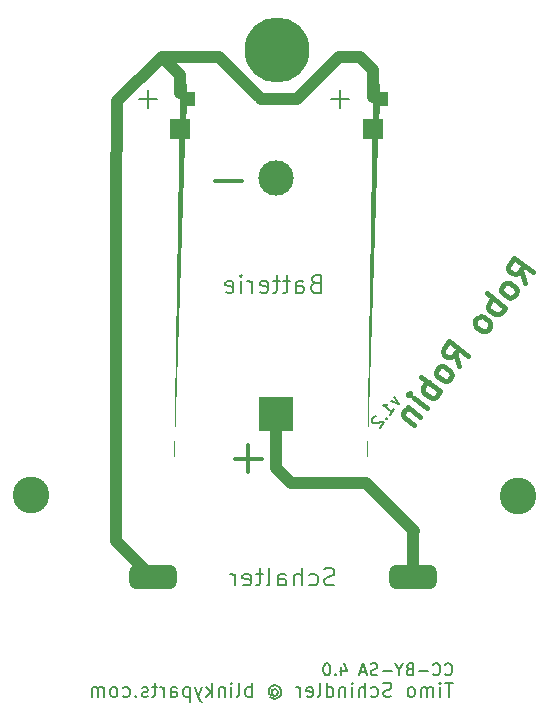
<source format=gbr>
%TF.GenerationSoftware,KiCad,Pcbnew,7.0.6*%
%TF.CreationDate,2023-07-28T13:42:51+02:00*%
%TF.ProjectId,robi,726f6269-2e6b-4696-9361-645f70636258,rev?*%
%TF.SameCoordinates,Original*%
%TF.FileFunction,Soldermask,Bot*%
%TF.FilePolarity,Negative*%
%FSLAX46Y46*%
G04 Gerber Fmt 4.6, Leading zero omitted, Abs format (unit mm)*
G04 Created by KiCad (PCBNEW 7.0.6) date 2023-07-28 13:42:51*
%MOMM*%
%LPD*%
G01*
G04 APERTURE LIST*
G04 Aperture macros list*
%AMRoundRect*
0 Rectangle with rounded corners*
0 $1 Rounding radius*
0 $2 $3 $4 $5 $6 $7 $8 $9 X,Y pos of 4 corners*
0 Add a 4 corners polygon primitive as box body*
4,1,4,$2,$3,$4,$5,$6,$7,$8,$9,$2,$3,0*
0 Add four circle primitives for the rounded corners*
1,1,$1+$1,$2,$3*
1,1,$1+$1,$4,$5*
1,1,$1+$1,$6,$7*
1,1,$1+$1,$8,$9*
0 Add four rect primitives between the rounded corners*
20,1,$1+$1,$2,$3,$4,$5,0*
20,1,$1+$1,$4,$5,$6,$7,0*
20,1,$1+$1,$6,$7,$8,$9,0*
20,1,$1+$1,$8,$9,$2,$3,0*%
%AMFreePoly0*
4,1,101,0.523063,1.238106,0.538902,1.238106,0.551715,1.228796,0.566779,1.223902,0.576088,1.211088,0.588902,1.201779,0.593796,1.186715,0.603106,1.173902,0.603106,1.158062,0.608000,1.143000,0.608000,0.609600,0.609600,0.609600,0.609600,0.608000,1.143000,0.608000,1.158063,0.603106,1.173902,0.603106,1.186715,0.593796,1.201779,0.588902,1.211088,0.576088,1.223902,0.566779,
1.228796,0.551715,1.238106,0.538902,1.238106,0.523062,1.243000,0.508000,1.243000,-0.508000,1.238106,-0.523062,1.238106,-0.538902,1.228796,-0.551715,1.223902,-0.566779,1.211088,-0.576088,1.201779,-0.588902,1.186715,-0.593796,1.173902,-0.603106,1.158063,-0.603106,1.143000,-0.608000,0.609600,-0.608000,0.609600,-0.609600,0.608000,-0.609600,0.608000,-1.143000,0.603106,-1.158062,
0.603106,-1.173902,0.593796,-1.186715,0.588902,-1.201779,0.576088,-1.211088,0.566779,-1.223902,0.551715,-1.228796,0.538902,-1.238106,0.523063,-1.238106,0.508000,-1.243000,-0.508000,-1.243000,-0.523063,-1.238106,-0.538902,-1.238106,-0.551715,-1.228796,-0.566779,-1.223902,-0.576088,-1.211088,-0.588902,-1.201779,-0.593796,-1.186715,-0.603106,-1.173902,-0.603106,-1.158062,-0.608000,-1.143000,
-0.608000,-0.609600,-0.609600,-0.609600,-0.609600,-0.608000,-1.143000,-0.608000,-1.158063,-0.603106,-1.173902,-0.603106,-1.186715,-0.593796,-1.201779,-0.588902,-1.211088,-0.576088,-1.223902,-0.566779,-1.228796,-0.551715,-1.238106,-0.538902,-1.238106,-0.523062,-1.243000,-0.508000,-1.243000,0.508000,-1.238106,0.523062,-1.238106,0.538902,-1.228796,0.551715,-1.223902,0.566779,-1.211088,0.576088,
-1.201779,0.588902,-1.186715,0.593796,-1.173902,0.603106,-1.158063,0.603106,-1.143000,0.608000,-0.609600,0.608000,-0.609600,0.609600,-0.608000,0.609600,-0.608000,1.143000,-0.603106,1.158062,-0.603106,1.173902,-0.593796,1.186715,-0.588902,1.201779,-0.576088,1.211088,-0.566779,1.223902,-0.551715,1.228796,-0.538902,1.238106,-0.523063,1.238106,-0.508000,1.243000,0.508000,1.243000,
0.523063,1.238106,0.523063,1.238106,$1*%
G04 Aperture macros list end*
%ADD10C,1.000000*%
%ADD11C,0.300000*%
%ADD12C,0.150000*%
%ADD13C,0.400000*%
%ADD14C,0.200000*%
%ADD15R,1.800000X1.800000*%
%ADD16FreePoly0,90.000000*%
%ADD17C,3.100000*%
%ADD18C,5.500000*%
%ADD19R,3.000000X3.000000*%
%ADD20C,3.000000*%
%ADD21RoundRect,0.500000X-1.500000X-0.500000X1.500000X-0.500000X1.500000X0.500000X-1.500000X0.500000X0*%
G04 APERTURE END LIST*
D10*
X77500000Y-80518000D02*
X78740000Y-81788000D01*
X69359000Y-47252000D02*
X67818000Y-45720000D01*
X72644000Y-45720000D02*
X67818000Y-45720000D01*
X85725000Y-46863000D02*
X85725000Y-49149000D01*
X82804000Y-45720000D02*
X84582000Y-45720000D01*
D11*
X74653346Y-56259400D02*
X72367632Y-56259400D01*
D10*
X78740000Y-81788000D02*
X85090000Y-81788000D01*
X64008000Y-49662000D02*
X64000000Y-58000000D01*
X67818000Y-45720000D02*
X64049000Y-49489000D01*
X69342000Y-48768000D02*
X69359000Y-47252000D01*
X64000000Y-58000000D02*
X64000000Y-86700000D01*
X89100000Y-85852000D02*
X89100000Y-89852000D01*
X85090000Y-81788000D02*
X89154000Y-85852000D01*
X76200000Y-49276000D02*
X79248000Y-49276000D01*
X84582000Y-45720000D02*
X85598000Y-46736000D01*
X64000000Y-86700000D02*
X66600000Y-89300000D01*
X72644000Y-45720000D02*
X75946000Y-49000000D01*
X77500000Y-77400000D02*
X77500000Y-80518000D01*
X82804000Y-45720000D02*
X79248000Y-49276000D01*
D12*
X87512577Y-74518844D02*
X87891332Y-75116906D01*
X87891332Y-75116906D02*
X87219405Y-74894087D01*
X87187719Y-76017490D02*
X87539525Y-75567199D01*
X87363622Y-75792344D02*
X86575611Y-75176683D01*
X86575611Y-75176683D02*
X86746818Y-75189586D01*
X86746818Y-75189586D02*
X86880502Y-75173172D01*
X86880502Y-75173172D02*
X86976660Y-75127440D01*
X86848815Y-76296575D02*
X86857022Y-76363416D01*
X86857022Y-76363416D02*
X86923864Y-76355209D01*
X86923864Y-76355209D02*
X86915656Y-76288368D01*
X86915656Y-76288368D02*
X86848815Y-76296575D01*
X86848815Y-76296575D02*
X86923864Y-76355209D01*
X85947047Y-76135901D02*
X85880205Y-76144108D01*
X85880205Y-76144108D02*
X85784047Y-76189839D01*
X85784047Y-76189839D02*
X85637460Y-76377461D01*
X85637460Y-76377461D02*
X85616350Y-76481827D01*
X85616350Y-76481827D02*
X85624557Y-76548668D01*
X85624557Y-76548668D02*
X85670289Y-76644827D01*
X85670289Y-76644827D02*
X85745338Y-76703461D01*
X85745338Y-76703461D02*
X85887228Y-76753889D01*
X85887228Y-76753889D02*
X86689326Y-76655404D01*
X86689326Y-76655404D02*
X86308202Y-77143220D01*
X91816792Y-97984580D02*
X91864411Y-98032200D01*
X91864411Y-98032200D02*
X92007268Y-98079819D01*
X92007268Y-98079819D02*
X92102506Y-98079819D01*
X92102506Y-98079819D02*
X92245363Y-98032200D01*
X92245363Y-98032200D02*
X92340601Y-97936961D01*
X92340601Y-97936961D02*
X92388220Y-97841723D01*
X92388220Y-97841723D02*
X92435839Y-97651247D01*
X92435839Y-97651247D02*
X92435839Y-97508390D01*
X92435839Y-97508390D02*
X92388220Y-97317914D01*
X92388220Y-97317914D02*
X92340601Y-97222676D01*
X92340601Y-97222676D02*
X92245363Y-97127438D01*
X92245363Y-97127438D02*
X92102506Y-97079819D01*
X92102506Y-97079819D02*
X92007268Y-97079819D01*
X92007268Y-97079819D02*
X91864411Y-97127438D01*
X91864411Y-97127438D02*
X91816792Y-97175057D01*
X90816792Y-97984580D02*
X90864411Y-98032200D01*
X90864411Y-98032200D02*
X91007268Y-98079819D01*
X91007268Y-98079819D02*
X91102506Y-98079819D01*
X91102506Y-98079819D02*
X91245363Y-98032200D01*
X91245363Y-98032200D02*
X91340601Y-97936961D01*
X91340601Y-97936961D02*
X91388220Y-97841723D01*
X91388220Y-97841723D02*
X91435839Y-97651247D01*
X91435839Y-97651247D02*
X91435839Y-97508390D01*
X91435839Y-97508390D02*
X91388220Y-97317914D01*
X91388220Y-97317914D02*
X91340601Y-97222676D01*
X91340601Y-97222676D02*
X91245363Y-97127438D01*
X91245363Y-97127438D02*
X91102506Y-97079819D01*
X91102506Y-97079819D02*
X91007268Y-97079819D01*
X91007268Y-97079819D02*
X90864411Y-97127438D01*
X90864411Y-97127438D02*
X90816792Y-97175057D01*
X90388220Y-97698866D02*
X89626316Y-97698866D01*
X88816792Y-97556009D02*
X88673935Y-97603628D01*
X88673935Y-97603628D02*
X88626316Y-97651247D01*
X88626316Y-97651247D02*
X88578697Y-97746485D01*
X88578697Y-97746485D02*
X88578697Y-97889342D01*
X88578697Y-97889342D02*
X88626316Y-97984580D01*
X88626316Y-97984580D02*
X88673935Y-98032200D01*
X88673935Y-98032200D02*
X88769173Y-98079819D01*
X88769173Y-98079819D02*
X89150125Y-98079819D01*
X89150125Y-98079819D02*
X89150125Y-97079819D01*
X89150125Y-97079819D02*
X88816792Y-97079819D01*
X88816792Y-97079819D02*
X88721554Y-97127438D01*
X88721554Y-97127438D02*
X88673935Y-97175057D01*
X88673935Y-97175057D02*
X88626316Y-97270295D01*
X88626316Y-97270295D02*
X88626316Y-97365533D01*
X88626316Y-97365533D02*
X88673935Y-97460771D01*
X88673935Y-97460771D02*
X88721554Y-97508390D01*
X88721554Y-97508390D02*
X88816792Y-97556009D01*
X88816792Y-97556009D02*
X89150125Y-97556009D01*
X87959649Y-97603628D02*
X87959649Y-98079819D01*
X88292982Y-97079819D02*
X87959649Y-97603628D01*
X87959649Y-97603628D02*
X87626316Y-97079819D01*
X87292982Y-97698866D02*
X86531078Y-97698866D01*
X86102506Y-98032200D02*
X85959649Y-98079819D01*
X85959649Y-98079819D02*
X85721554Y-98079819D01*
X85721554Y-98079819D02*
X85626316Y-98032200D01*
X85626316Y-98032200D02*
X85578697Y-97984580D01*
X85578697Y-97984580D02*
X85531078Y-97889342D01*
X85531078Y-97889342D02*
X85531078Y-97794104D01*
X85531078Y-97794104D02*
X85578697Y-97698866D01*
X85578697Y-97698866D02*
X85626316Y-97651247D01*
X85626316Y-97651247D02*
X85721554Y-97603628D01*
X85721554Y-97603628D02*
X85912030Y-97556009D01*
X85912030Y-97556009D02*
X86007268Y-97508390D01*
X86007268Y-97508390D02*
X86054887Y-97460771D01*
X86054887Y-97460771D02*
X86102506Y-97365533D01*
X86102506Y-97365533D02*
X86102506Y-97270295D01*
X86102506Y-97270295D02*
X86054887Y-97175057D01*
X86054887Y-97175057D02*
X86007268Y-97127438D01*
X86007268Y-97127438D02*
X85912030Y-97079819D01*
X85912030Y-97079819D02*
X85673935Y-97079819D01*
X85673935Y-97079819D02*
X85531078Y-97127438D01*
X85150125Y-97794104D02*
X84673935Y-97794104D01*
X85245363Y-98079819D02*
X84912030Y-97079819D01*
X84912030Y-97079819D02*
X84578697Y-98079819D01*
X83054887Y-97413152D02*
X83054887Y-98079819D01*
X83292982Y-97032200D02*
X83531077Y-97746485D01*
X83531077Y-97746485D02*
X82912030Y-97746485D01*
X82531077Y-97984580D02*
X82483458Y-98032200D01*
X82483458Y-98032200D02*
X82531077Y-98079819D01*
X82531077Y-98079819D02*
X82578696Y-98032200D01*
X82578696Y-98032200D02*
X82531077Y-97984580D01*
X82531077Y-97984580D02*
X82531077Y-98079819D01*
X81864411Y-97079819D02*
X81769173Y-97079819D01*
X81769173Y-97079819D02*
X81673935Y-97127438D01*
X81673935Y-97127438D02*
X81626316Y-97175057D01*
X81626316Y-97175057D02*
X81578697Y-97270295D01*
X81578697Y-97270295D02*
X81531078Y-97460771D01*
X81531078Y-97460771D02*
X81531078Y-97698866D01*
X81531078Y-97698866D02*
X81578697Y-97889342D01*
X81578697Y-97889342D02*
X81626316Y-97984580D01*
X81626316Y-97984580D02*
X81673935Y-98032200D01*
X81673935Y-98032200D02*
X81769173Y-98079819D01*
X81769173Y-98079819D02*
X81864411Y-98079819D01*
X81864411Y-98079819D02*
X81959649Y-98032200D01*
X81959649Y-98032200D02*
X82007268Y-97984580D01*
X82007268Y-97984580D02*
X82054887Y-97889342D01*
X82054887Y-97889342D02*
X82102506Y-97698866D01*
X82102506Y-97698866D02*
X82102506Y-97460771D01*
X82102506Y-97460771D02*
X82054887Y-97270295D01*
X82054887Y-97270295D02*
X82007268Y-97175057D01*
X82007268Y-97175057D02*
X81959649Y-97127438D01*
X81959649Y-97127438D02*
X81864411Y-97079819D01*
D13*
X98551654Y-64878227D02*
X98211609Y-63766543D01*
X99255267Y-63977644D02*
X97679246Y-62746321D01*
X97679246Y-62746321D02*
X97210170Y-63346710D01*
X97210170Y-63346710D02*
X97167950Y-63555442D01*
X97167950Y-63555442D02*
X97184364Y-63689125D01*
X97184364Y-63689125D02*
X97275827Y-63881442D01*
X97275827Y-63881442D02*
X97500973Y-64057345D01*
X97500973Y-64057345D02*
X97709705Y-64099566D01*
X97709705Y-64099566D02*
X97843388Y-64083151D01*
X97843388Y-64083151D02*
X98035705Y-63991688D01*
X98035705Y-63991688D02*
X98504781Y-63391299D01*
X97848041Y-65778811D02*
X97890261Y-65570079D01*
X97890261Y-65570079D02*
X97873847Y-65436396D01*
X97873847Y-65436396D02*
X97782384Y-65244079D01*
X97782384Y-65244079D02*
X97332092Y-64892272D01*
X97332092Y-64892272D02*
X97123361Y-64850052D01*
X97123361Y-64850052D02*
X96989678Y-64866466D01*
X96989678Y-64866466D02*
X96797360Y-64957929D01*
X96797360Y-64957929D02*
X96621457Y-65183075D01*
X96621457Y-65183075D02*
X96579237Y-65391807D01*
X96579237Y-65391807D02*
X96595651Y-65525490D01*
X96595651Y-65525490D02*
X96687114Y-65717807D01*
X96687114Y-65717807D02*
X97137406Y-66069614D01*
X97137406Y-66069614D02*
X97346137Y-66111834D01*
X97346137Y-66111834D02*
X97479820Y-66095420D01*
X97479820Y-66095420D02*
X97672138Y-66003957D01*
X97672138Y-66003957D02*
X97848041Y-65778811D01*
X96909890Y-66979589D02*
X95333869Y-65748267D01*
X95934258Y-66217342D02*
X95741940Y-66308805D01*
X95741940Y-66308805D02*
X95507403Y-66608999D01*
X95507403Y-66608999D02*
X95465182Y-66817731D01*
X95465182Y-66817731D02*
X95481597Y-66951414D01*
X95481597Y-66951414D02*
X95573059Y-67143732D01*
X95573059Y-67143732D02*
X96023351Y-67495538D01*
X96023351Y-67495538D02*
X96232083Y-67537758D01*
X96232083Y-67537758D02*
X96365766Y-67521344D01*
X96365766Y-67521344D02*
X96558084Y-67429881D01*
X96558084Y-67429881D02*
X96792621Y-67129687D01*
X96792621Y-67129687D02*
X96834841Y-66920955D01*
X95619933Y-68630660D02*
X95662153Y-68421928D01*
X95662153Y-68421928D02*
X95645739Y-68288245D01*
X95645739Y-68288245D02*
X95554276Y-68095928D01*
X95554276Y-68095928D02*
X95103984Y-67744121D01*
X95103984Y-67744121D02*
X94895252Y-67701901D01*
X94895252Y-67701901D02*
X94761569Y-67718315D01*
X94761569Y-67718315D02*
X94569252Y-67809778D01*
X94569252Y-67809778D02*
X94393348Y-68034924D01*
X94393348Y-68034924D02*
X94351128Y-68243655D01*
X94351128Y-68243655D02*
X94367542Y-68377339D01*
X94367542Y-68377339D02*
X94459005Y-68569656D01*
X94459005Y-68569656D02*
X94909297Y-68921463D01*
X94909297Y-68921463D02*
X95118029Y-68963683D01*
X95118029Y-68963683D02*
X95251712Y-68947269D01*
X95251712Y-68947269D02*
X95444029Y-68855806D01*
X95444029Y-68855806D02*
X95619933Y-68630660D01*
X93040017Y-71932801D02*
X92699972Y-70821116D01*
X93743631Y-71032217D02*
X92167609Y-69800894D01*
X92167609Y-69800894D02*
X91698534Y-70401283D01*
X91698534Y-70401283D02*
X91656313Y-70610015D01*
X91656313Y-70610015D02*
X91672728Y-70743698D01*
X91672728Y-70743698D02*
X91764191Y-70936015D01*
X91764191Y-70936015D02*
X91989336Y-71111919D01*
X91989336Y-71111919D02*
X92198068Y-71154139D01*
X92198068Y-71154139D02*
X92331751Y-71137725D01*
X92331751Y-71137725D02*
X92524069Y-71046262D01*
X92524069Y-71046262D02*
X92993144Y-70445873D01*
X92336404Y-72833384D02*
X92378625Y-72624653D01*
X92378625Y-72624653D02*
X92362210Y-72490970D01*
X92362210Y-72490970D02*
X92270747Y-72298652D01*
X92270747Y-72298652D02*
X91820456Y-71946846D01*
X91820456Y-71946846D02*
X91611724Y-71904625D01*
X91611724Y-71904625D02*
X91478041Y-71921040D01*
X91478041Y-71921040D02*
X91285723Y-72012502D01*
X91285723Y-72012502D02*
X91109820Y-72237648D01*
X91109820Y-72237648D02*
X91067600Y-72446380D01*
X91067600Y-72446380D02*
X91084014Y-72580063D01*
X91084014Y-72580063D02*
X91175477Y-72772381D01*
X91175477Y-72772381D02*
X91625769Y-73124187D01*
X91625769Y-73124187D02*
X91834501Y-73166407D01*
X91834501Y-73166407D02*
X91968184Y-73149993D01*
X91968184Y-73149993D02*
X92160501Y-73058530D01*
X92160501Y-73058530D02*
X92336404Y-72833384D01*
X91398253Y-74034163D02*
X89822232Y-72802840D01*
X90422621Y-73271915D02*
X90230304Y-73363378D01*
X90230304Y-73363378D02*
X89995766Y-73663573D01*
X89995766Y-73663573D02*
X89953546Y-73872304D01*
X89953546Y-73872304D02*
X89969960Y-74005987D01*
X89969960Y-74005987D02*
X90061423Y-74198305D01*
X90061423Y-74198305D02*
X90511715Y-74550112D01*
X90511715Y-74550112D02*
X90720446Y-74592332D01*
X90720446Y-74592332D02*
X90854129Y-74575917D01*
X90854129Y-74575917D02*
X91046447Y-74484455D01*
X91046447Y-74484455D02*
X91280985Y-74184260D01*
X91280985Y-74184260D02*
X91323205Y-73975528D01*
X90284199Y-75460087D02*
X89233518Y-74639205D01*
X88708178Y-74228764D02*
X88841861Y-74212350D01*
X88841861Y-74212350D02*
X88858275Y-74346033D01*
X88858275Y-74346033D02*
X88724592Y-74362447D01*
X88724592Y-74362447D02*
X88708178Y-74228764D01*
X88708178Y-74228764D02*
X88858275Y-74346033D01*
X88647174Y-75389692D02*
X89697855Y-76210574D01*
X88797271Y-75506961D02*
X88663588Y-75523375D01*
X88663588Y-75523375D02*
X88471271Y-75614838D01*
X88471271Y-75614838D02*
X88295367Y-75839984D01*
X88295367Y-75839984D02*
X88253147Y-76048715D01*
X88253147Y-76048715D02*
X88344610Y-76241033D01*
X88344610Y-76241033D02*
X89170145Y-76886011D01*
D14*
X67464231Y-49274933D02*
X65940422Y-49274933D01*
X66702326Y-50036838D02*
X66702326Y-48513028D01*
X83720231Y-49274933D02*
X82196422Y-49274933D01*
X82958326Y-50036838D02*
X82958326Y-48513028D01*
X92479136Y-98719742D02*
X91793422Y-98719742D01*
X92136279Y-99919742D02*
X92136279Y-98719742D01*
X91393421Y-99919742D02*
X91393421Y-99119742D01*
X91393421Y-98719742D02*
X91450564Y-98776885D01*
X91450564Y-98776885D02*
X91393421Y-98834028D01*
X91393421Y-98834028D02*
X91336278Y-98776885D01*
X91336278Y-98776885D02*
X91393421Y-98719742D01*
X91393421Y-98719742D02*
X91393421Y-98834028D01*
X90821992Y-99919742D02*
X90821992Y-99119742D01*
X90821992Y-99234028D02*
X90764849Y-99176885D01*
X90764849Y-99176885D02*
X90650564Y-99119742D01*
X90650564Y-99119742D02*
X90479135Y-99119742D01*
X90479135Y-99119742D02*
X90364849Y-99176885D01*
X90364849Y-99176885D02*
X90307707Y-99291171D01*
X90307707Y-99291171D02*
X90307707Y-99919742D01*
X90307707Y-99291171D02*
X90250564Y-99176885D01*
X90250564Y-99176885D02*
X90136278Y-99119742D01*
X90136278Y-99119742D02*
X89964849Y-99119742D01*
X89964849Y-99119742D02*
X89850564Y-99176885D01*
X89850564Y-99176885D02*
X89793421Y-99291171D01*
X89793421Y-99291171D02*
X89793421Y-99919742D01*
X89050564Y-99919742D02*
X89164849Y-99862600D01*
X89164849Y-99862600D02*
X89221992Y-99805457D01*
X89221992Y-99805457D02*
X89279135Y-99691171D01*
X89279135Y-99691171D02*
X89279135Y-99348314D01*
X89279135Y-99348314D02*
X89221992Y-99234028D01*
X89221992Y-99234028D02*
X89164849Y-99176885D01*
X89164849Y-99176885D02*
X89050564Y-99119742D01*
X89050564Y-99119742D02*
X88879135Y-99119742D01*
X88879135Y-99119742D02*
X88764849Y-99176885D01*
X88764849Y-99176885D02*
X88707707Y-99234028D01*
X88707707Y-99234028D02*
X88650564Y-99348314D01*
X88650564Y-99348314D02*
X88650564Y-99691171D01*
X88650564Y-99691171D02*
X88707707Y-99805457D01*
X88707707Y-99805457D02*
X88764849Y-99862600D01*
X88764849Y-99862600D02*
X88879135Y-99919742D01*
X88879135Y-99919742D02*
X89050564Y-99919742D01*
X87279135Y-99862600D02*
X87107707Y-99919742D01*
X87107707Y-99919742D02*
X86821992Y-99919742D01*
X86821992Y-99919742D02*
X86707707Y-99862600D01*
X86707707Y-99862600D02*
X86650564Y-99805457D01*
X86650564Y-99805457D02*
X86593421Y-99691171D01*
X86593421Y-99691171D02*
X86593421Y-99576885D01*
X86593421Y-99576885D02*
X86650564Y-99462600D01*
X86650564Y-99462600D02*
X86707707Y-99405457D01*
X86707707Y-99405457D02*
X86821992Y-99348314D01*
X86821992Y-99348314D02*
X87050564Y-99291171D01*
X87050564Y-99291171D02*
X87164849Y-99234028D01*
X87164849Y-99234028D02*
X87221992Y-99176885D01*
X87221992Y-99176885D02*
X87279135Y-99062600D01*
X87279135Y-99062600D02*
X87279135Y-98948314D01*
X87279135Y-98948314D02*
X87221992Y-98834028D01*
X87221992Y-98834028D02*
X87164849Y-98776885D01*
X87164849Y-98776885D02*
X87050564Y-98719742D01*
X87050564Y-98719742D02*
X86764849Y-98719742D01*
X86764849Y-98719742D02*
X86593421Y-98776885D01*
X85564850Y-99862600D02*
X85679135Y-99919742D01*
X85679135Y-99919742D02*
X85907707Y-99919742D01*
X85907707Y-99919742D02*
X86021992Y-99862600D01*
X86021992Y-99862600D02*
X86079135Y-99805457D01*
X86079135Y-99805457D02*
X86136278Y-99691171D01*
X86136278Y-99691171D02*
X86136278Y-99348314D01*
X86136278Y-99348314D02*
X86079135Y-99234028D01*
X86079135Y-99234028D02*
X86021992Y-99176885D01*
X86021992Y-99176885D02*
X85907707Y-99119742D01*
X85907707Y-99119742D02*
X85679135Y-99119742D01*
X85679135Y-99119742D02*
X85564850Y-99176885D01*
X85050564Y-99919742D02*
X85050564Y-98719742D01*
X84536279Y-99919742D02*
X84536279Y-99291171D01*
X84536279Y-99291171D02*
X84593421Y-99176885D01*
X84593421Y-99176885D02*
X84707707Y-99119742D01*
X84707707Y-99119742D02*
X84879136Y-99119742D01*
X84879136Y-99119742D02*
X84993421Y-99176885D01*
X84993421Y-99176885D02*
X85050564Y-99234028D01*
X83964850Y-99919742D02*
X83964850Y-99119742D01*
X83964850Y-98719742D02*
X84021993Y-98776885D01*
X84021993Y-98776885D02*
X83964850Y-98834028D01*
X83964850Y-98834028D02*
X83907707Y-98776885D01*
X83907707Y-98776885D02*
X83964850Y-98719742D01*
X83964850Y-98719742D02*
X83964850Y-98834028D01*
X83393421Y-99119742D02*
X83393421Y-99919742D01*
X83393421Y-99234028D02*
X83336278Y-99176885D01*
X83336278Y-99176885D02*
X83221993Y-99119742D01*
X83221993Y-99119742D02*
X83050564Y-99119742D01*
X83050564Y-99119742D02*
X82936278Y-99176885D01*
X82936278Y-99176885D02*
X82879136Y-99291171D01*
X82879136Y-99291171D02*
X82879136Y-99919742D01*
X81793422Y-99919742D02*
X81793422Y-98719742D01*
X81793422Y-99862600D02*
X81907707Y-99919742D01*
X81907707Y-99919742D02*
X82136279Y-99919742D01*
X82136279Y-99919742D02*
X82250564Y-99862600D01*
X82250564Y-99862600D02*
X82307707Y-99805457D01*
X82307707Y-99805457D02*
X82364850Y-99691171D01*
X82364850Y-99691171D02*
X82364850Y-99348314D01*
X82364850Y-99348314D02*
X82307707Y-99234028D01*
X82307707Y-99234028D02*
X82250564Y-99176885D01*
X82250564Y-99176885D02*
X82136279Y-99119742D01*
X82136279Y-99119742D02*
X81907707Y-99119742D01*
X81907707Y-99119742D02*
X81793422Y-99176885D01*
X81050565Y-99919742D02*
X81164850Y-99862600D01*
X81164850Y-99862600D02*
X81221993Y-99748314D01*
X81221993Y-99748314D02*
X81221993Y-98719742D01*
X80136279Y-99862600D02*
X80250565Y-99919742D01*
X80250565Y-99919742D02*
X80479137Y-99919742D01*
X80479137Y-99919742D02*
X80593422Y-99862600D01*
X80593422Y-99862600D02*
X80650565Y-99748314D01*
X80650565Y-99748314D02*
X80650565Y-99291171D01*
X80650565Y-99291171D02*
X80593422Y-99176885D01*
X80593422Y-99176885D02*
X80479137Y-99119742D01*
X80479137Y-99119742D02*
X80250565Y-99119742D01*
X80250565Y-99119742D02*
X80136279Y-99176885D01*
X80136279Y-99176885D02*
X80079137Y-99291171D01*
X80079137Y-99291171D02*
X80079137Y-99405457D01*
X80079137Y-99405457D02*
X80650565Y-99519742D01*
X79564851Y-99919742D02*
X79564851Y-99119742D01*
X79564851Y-99348314D02*
X79507708Y-99234028D01*
X79507708Y-99234028D02*
X79450566Y-99176885D01*
X79450566Y-99176885D02*
X79336280Y-99119742D01*
X79336280Y-99119742D02*
X79221994Y-99119742D01*
X77164851Y-99348314D02*
X77221994Y-99291171D01*
X77221994Y-99291171D02*
X77336280Y-99234028D01*
X77336280Y-99234028D02*
X77450565Y-99234028D01*
X77450565Y-99234028D02*
X77564851Y-99291171D01*
X77564851Y-99291171D02*
X77621994Y-99348314D01*
X77621994Y-99348314D02*
X77679137Y-99462600D01*
X77679137Y-99462600D02*
X77679137Y-99576885D01*
X77679137Y-99576885D02*
X77621994Y-99691171D01*
X77621994Y-99691171D02*
X77564851Y-99748314D01*
X77564851Y-99748314D02*
X77450565Y-99805457D01*
X77450565Y-99805457D02*
X77336280Y-99805457D01*
X77336280Y-99805457D02*
X77221994Y-99748314D01*
X77221994Y-99748314D02*
X77164851Y-99691171D01*
X77164851Y-99234028D02*
X77164851Y-99691171D01*
X77164851Y-99691171D02*
X77107708Y-99748314D01*
X77107708Y-99748314D02*
X77050565Y-99748314D01*
X77050565Y-99748314D02*
X76936280Y-99691171D01*
X76936280Y-99691171D02*
X76879137Y-99576885D01*
X76879137Y-99576885D02*
X76879137Y-99291171D01*
X76879137Y-99291171D02*
X76993423Y-99119742D01*
X76993423Y-99119742D02*
X77164851Y-99005457D01*
X77164851Y-99005457D02*
X77393423Y-98948314D01*
X77393423Y-98948314D02*
X77621994Y-99005457D01*
X77621994Y-99005457D02*
X77793423Y-99119742D01*
X77793423Y-99119742D02*
X77907708Y-99291171D01*
X77907708Y-99291171D02*
X77964851Y-99519742D01*
X77964851Y-99519742D02*
X77907708Y-99748314D01*
X77907708Y-99748314D02*
X77793423Y-99919742D01*
X77793423Y-99919742D02*
X77621994Y-100034028D01*
X77621994Y-100034028D02*
X77393423Y-100091171D01*
X77393423Y-100091171D02*
X77164851Y-100034028D01*
X77164851Y-100034028D02*
X76993423Y-99919742D01*
X75450565Y-99919742D02*
X75450565Y-98719742D01*
X75450565Y-99176885D02*
X75336280Y-99119742D01*
X75336280Y-99119742D02*
X75107708Y-99119742D01*
X75107708Y-99119742D02*
X74993422Y-99176885D01*
X74993422Y-99176885D02*
X74936280Y-99234028D01*
X74936280Y-99234028D02*
X74879137Y-99348314D01*
X74879137Y-99348314D02*
X74879137Y-99691171D01*
X74879137Y-99691171D02*
X74936280Y-99805457D01*
X74936280Y-99805457D02*
X74993422Y-99862600D01*
X74993422Y-99862600D02*
X75107708Y-99919742D01*
X75107708Y-99919742D02*
X75336280Y-99919742D01*
X75336280Y-99919742D02*
X75450565Y-99862600D01*
X74193423Y-99919742D02*
X74307708Y-99862600D01*
X74307708Y-99862600D02*
X74364851Y-99748314D01*
X74364851Y-99748314D02*
X74364851Y-98719742D01*
X73736280Y-99919742D02*
X73736280Y-99119742D01*
X73736280Y-98719742D02*
X73793423Y-98776885D01*
X73793423Y-98776885D02*
X73736280Y-98834028D01*
X73736280Y-98834028D02*
X73679137Y-98776885D01*
X73679137Y-98776885D02*
X73736280Y-98719742D01*
X73736280Y-98719742D02*
X73736280Y-98834028D01*
X73164851Y-99119742D02*
X73164851Y-99919742D01*
X73164851Y-99234028D02*
X73107708Y-99176885D01*
X73107708Y-99176885D02*
X72993423Y-99119742D01*
X72993423Y-99119742D02*
X72821994Y-99119742D01*
X72821994Y-99119742D02*
X72707708Y-99176885D01*
X72707708Y-99176885D02*
X72650566Y-99291171D01*
X72650566Y-99291171D02*
X72650566Y-99919742D01*
X72079137Y-99919742D02*
X72079137Y-98719742D01*
X71964852Y-99462600D02*
X71621994Y-99919742D01*
X71621994Y-99119742D02*
X72079137Y-99576885D01*
X71221994Y-99119742D02*
X70936280Y-99919742D01*
X70650565Y-99119742D02*
X70936280Y-99919742D01*
X70936280Y-99919742D02*
X71050565Y-100205457D01*
X71050565Y-100205457D02*
X71107708Y-100262600D01*
X71107708Y-100262600D02*
X71221994Y-100319742D01*
X70193422Y-99119742D02*
X70193422Y-100319742D01*
X70193422Y-99176885D02*
X70079137Y-99119742D01*
X70079137Y-99119742D02*
X69850565Y-99119742D01*
X69850565Y-99119742D02*
X69736279Y-99176885D01*
X69736279Y-99176885D02*
X69679137Y-99234028D01*
X69679137Y-99234028D02*
X69621994Y-99348314D01*
X69621994Y-99348314D02*
X69621994Y-99691171D01*
X69621994Y-99691171D02*
X69679137Y-99805457D01*
X69679137Y-99805457D02*
X69736279Y-99862600D01*
X69736279Y-99862600D02*
X69850565Y-99919742D01*
X69850565Y-99919742D02*
X70079137Y-99919742D01*
X70079137Y-99919742D02*
X70193422Y-99862600D01*
X68593423Y-99919742D02*
X68593423Y-99291171D01*
X68593423Y-99291171D02*
X68650565Y-99176885D01*
X68650565Y-99176885D02*
X68764851Y-99119742D01*
X68764851Y-99119742D02*
X68993423Y-99119742D01*
X68993423Y-99119742D02*
X69107708Y-99176885D01*
X68593423Y-99862600D02*
X68707708Y-99919742D01*
X68707708Y-99919742D02*
X68993423Y-99919742D01*
X68993423Y-99919742D02*
X69107708Y-99862600D01*
X69107708Y-99862600D02*
X69164851Y-99748314D01*
X69164851Y-99748314D02*
X69164851Y-99634028D01*
X69164851Y-99634028D02*
X69107708Y-99519742D01*
X69107708Y-99519742D02*
X68993423Y-99462600D01*
X68993423Y-99462600D02*
X68707708Y-99462600D01*
X68707708Y-99462600D02*
X68593423Y-99405457D01*
X68021994Y-99919742D02*
X68021994Y-99119742D01*
X68021994Y-99348314D02*
X67964851Y-99234028D01*
X67964851Y-99234028D02*
X67907709Y-99176885D01*
X67907709Y-99176885D02*
X67793423Y-99119742D01*
X67793423Y-99119742D02*
X67679137Y-99119742D01*
X67450566Y-99119742D02*
X66993423Y-99119742D01*
X67279137Y-98719742D02*
X67279137Y-99748314D01*
X67279137Y-99748314D02*
X67221994Y-99862600D01*
X67221994Y-99862600D02*
X67107709Y-99919742D01*
X67107709Y-99919742D02*
X66993423Y-99919742D01*
X66650566Y-99862600D02*
X66536280Y-99919742D01*
X66536280Y-99919742D02*
X66307709Y-99919742D01*
X66307709Y-99919742D02*
X66193423Y-99862600D01*
X66193423Y-99862600D02*
X66136280Y-99748314D01*
X66136280Y-99748314D02*
X66136280Y-99691171D01*
X66136280Y-99691171D02*
X66193423Y-99576885D01*
X66193423Y-99576885D02*
X66307709Y-99519742D01*
X66307709Y-99519742D02*
X66479138Y-99519742D01*
X66479138Y-99519742D02*
X66593423Y-99462600D01*
X66593423Y-99462600D02*
X66650566Y-99348314D01*
X66650566Y-99348314D02*
X66650566Y-99291171D01*
X66650566Y-99291171D02*
X66593423Y-99176885D01*
X66593423Y-99176885D02*
X66479138Y-99119742D01*
X66479138Y-99119742D02*
X66307709Y-99119742D01*
X66307709Y-99119742D02*
X66193423Y-99176885D01*
X65621994Y-99805457D02*
X65564851Y-99862600D01*
X65564851Y-99862600D02*
X65621994Y-99919742D01*
X65621994Y-99919742D02*
X65679137Y-99862600D01*
X65679137Y-99862600D02*
X65621994Y-99805457D01*
X65621994Y-99805457D02*
X65621994Y-99919742D01*
X64536280Y-99862600D02*
X64650565Y-99919742D01*
X64650565Y-99919742D02*
X64879137Y-99919742D01*
X64879137Y-99919742D02*
X64993422Y-99862600D01*
X64993422Y-99862600D02*
X65050565Y-99805457D01*
X65050565Y-99805457D02*
X65107708Y-99691171D01*
X65107708Y-99691171D02*
X65107708Y-99348314D01*
X65107708Y-99348314D02*
X65050565Y-99234028D01*
X65050565Y-99234028D02*
X64993422Y-99176885D01*
X64993422Y-99176885D02*
X64879137Y-99119742D01*
X64879137Y-99119742D02*
X64650565Y-99119742D01*
X64650565Y-99119742D02*
X64536280Y-99176885D01*
X63850566Y-99919742D02*
X63964851Y-99862600D01*
X63964851Y-99862600D02*
X64021994Y-99805457D01*
X64021994Y-99805457D02*
X64079137Y-99691171D01*
X64079137Y-99691171D02*
X64079137Y-99348314D01*
X64079137Y-99348314D02*
X64021994Y-99234028D01*
X64021994Y-99234028D02*
X63964851Y-99176885D01*
X63964851Y-99176885D02*
X63850566Y-99119742D01*
X63850566Y-99119742D02*
X63679137Y-99119742D01*
X63679137Y-99119742D02*
X63564851Y-99176885D01*
X63564851Y-99176885D02*
X63507709Y-99234028D01*
X63507709Y-99234028D02*
X63450566Y-99348314D01*
X63450566Y-99348314D02*
X63450566Y-99691171D01*
X63450566Y-99691171D02*
X63507709Y-99805457D01*
X63507709Y-99805457D02*
X63564851Y-99862600D01*
X63564851Y-99862600D02*
X63679137Y-99919742D01*
X63679137Y-99919742D02*
X63850566Y-99919742D01*
X62936280Y-99919742D02*
X62936280Y-99119742D01*
X62936280Y-99234028D02*
X62879137Y-99176885D01*
X62879137Y-99176885D02*
X62764852Y-99119742D01*
X62764852Y-99119742D02*
X62593423Y-99119742D01*
X62593423Y-99119742D02*
X62479137Y-99176885D01*
X62479137Y-99176885D02*
X62421995Y-99291171D01*
X62421995Y-99291171D02*
X62421995Y-99919742D01*
X62421995Y-99291171D02*
X62364852Y-99176885D01*
X62364852Y-99176885D02*
X62250566Y-99119742D01*
X62250566Y-99119742D02*
X62079137Y-99119742D01*
X62079137Y-99119742D02*
X61964852Y-99176885D01*
X61964852Y-99176885D02*
X61907709Y-99291171D01*
X61907709Y-99291171D02*
X61907709Y-99919742D01*
X80835714Y-64897814D02*
X80621428Y-64969242D01*
X80621428Y-64969242D02*
X80549999Y-65040671D01*
X80549999Y-65040671D02*
X80478571Y-65183528D01*
X80478571Y-65183528D02*
X80478571Y-65397814D01*
X80478571Y-65397814D02*
X80549999Y-65540671D01*
X80549999Y-65540671D02*
X80621428Y-65612100D01*
X80621428Y-65612100D02*
X80764285Y-65683528D01*
X80764285Y-65683528D02*
X81335714Y-65683528D01*
X81335714Y-65683528D02*
X81335714Y-64183528D01*
X81335714Y-64183528D02*
X80835714Y-64183528D01*
X80835714Y-64183528D02*
X80692857Y-64254957D01*
X80692857Y-64254957D02*
X80621428Y-64326385D01*
X80621428Y-64326385D02*
X80549999Y-64469242D01*
X80549999Y-64469242D02*
X80549999Y-64612100D01*
X80549999Y-64612100D02*
X80621428Y-64754957D01*
X80621428Y-64754957D02*
X80692857Y-64826385D01*
X80692857Y-64826385D02*
X80835714Y-64897814D01*
X80835714Y-64897814D02*
X81335714Y-64897814D01*
X79192857Y-65683528D02*
X79192857Y-64897814D01*
X79192857Y-64897814D02*
X79264285Y-64754957D01*
X79264285Y-64754957D02*
X79407142Y-64683528D01*
X79407142Y-64683528D02*
X79692857Y-64683528D01*
X79692857Y-64683528D02*
X79835714Y-64754957D01*
X79192857Y-65612100D02*
X79335714Y-65683528D01*
X79335714Y-65683528D02*
X79692857Y-65683528D01*
X79692857Y-65683528D02*
X79835714Y-65612100D01*
X79835714Y-65612100D02*
X79907142Y-65469242D01*
X79907142Y-65469242D02*
X79907142Y-65326385D01*
X79907142Y-65326385D02*
X79835714Y-65183528D01*
X79835714Y-65183528D02*
X79692857Y-65112100D01*
X79692857Y-65112100D02*
X79335714Y-65112100D01*
X79335714Y-65112100D02*
X79192857Y-65040671D01*
X78692856Y-64683528D02*
X78121428Y-64683528D01*
X78478571Y-64183528D02*
X78478571Y-65469242D01*
X78478571Y-65469242D02*
X78407142Y-65612100D01*
X78407142Y-65612100D02*
X78264285Y-65683528D01*
X78264285Y-65683528D02*
X78121428Y-65683528D01*
X77835713Y-64683528D02*
X77264285Y-64683528D01*
X77621428Y-64183528D02*
X77621428Y-65469242D01*
X77621428Y-65469242D02*
X77549999Y-65612100D01*
X77549999Y-65612100D02*
X77407142Y-65683528D01*
X77407142Y-65683528D02*
X77264285Y-65683528D01*
X76192856Y-65612100D02*
X76335713Y-65683528D01*
X76335713Y-65683528D02*
X76621428Y-65683528D01*
X76621428Y-65683528D02*
X76764285Y-65612100D01*
X76764285Y-65612100D02*
X76835713Y-65469242D01*
X76835713Y-65469242D02*
X76835713Y-64897814D01*
X76835713Y-64897814D02*
X76764285Y-64754957D01*
X76764285Y-64754957D02*
X76621428Y-64683528D01*
X76621428Y-64683528D02*
X76335713Y-64683528D01*
X76335713Y-64683528D02*
X76192856Y-64754957D01*
X76192856Y-64754957D02*
X76121428Y-64897814D01*
X76121428Y-64897814D02*
X76121428Y-65040671D01*
X76121428Y-65040671D02*
X76835713Y-65183528D01*
X75478571Y-65683528D02*
X75478571Y-64683528D01*
X75478571Y-64969242D02*
X75407142Y-64826385D01*
X75407142Y-64826385D02*
X75335714Y-64754957D01*
X75335714Y-64754957D02*
X75192856Y-64683528D01*
X75192856Y-64683528D02*
X75049999Y-64683528D01*
X74550000Y-65683528D02*
X74550000Y-64683528D01*
X74550000Y-64183528D02*
X74621428Y-64254957D01*
X74621428Y-64254957D02*
X74550000Y-64326385D01*
X74550000Y-64326385D02*
X74478571Y-64254957D01*
X74478571Y-64254957D02*
X74550000Y-64183528D01*
X74550000Y-64183528D02*
X74550000Y-64326385D01*
X73264285Y-65612100D02*
X73407142Y-65683528D01*
X73407142Y-65683528D02*
X73692857Y-65683528D01*
X73692857Y-65683528D02*
X73835714Y-65612100D01*
X73835714Y-65612100D02*
X73907142Y-65469242D01*
X73907142Y-65469242D02*
X73907142Y-64897814D01*
X73907142Y-64897814D02*
X73835714Y-64754957D01*
X73835714Y-64754957D02*
X73692857Y-64683528D01*
X73692857Y-64683528D02*
X73407142Y-64683528D01*
X73407142Y-64683528D02*
X73264285Y-64754957D01*
X73264285Y-64754957D02*
X73192857Y-64897814D01*
X73192857Y-64897814D02*
X73192857Y-65040671D01*
X73192857Y-65040671D02*
X73907142Y-65183528D01*
D11*
X75159400Y-78613142D02*
X75159400Y-80898857D01*
X76302257Y-79755999D02*
X74016542Y-79755999D01*
D14*
X82457141Y-90412100D02*
X82242856Y-90483528D01*
X82242856Y-90483528D02*
X81885713Y-90483528D01*
X81885713Y-90483528D02*
X81742856Y-90412100D01*
X81742856Y-90412100D02*
X81671427Y-90340671D01*
X81671427Y-90340671D02*
X81599998Y-90197814D01*
X81599998Y-90197814D02*
X81599998Y-90054957D01*
X81599998Y-90054957D02*
X81671427Y-89912100D01*
X81671427Y-89912100D02*
X81742856Y-89840671D01*
X81742856Y-89840671D02*
X81885713Y-89769242D01*
X81885713Y-89769242D02*
X82171427Y-89697814D01*
X82171427Y-89697814D02*
X82314284Y-89626385D01*
X82314284Y-89626385D02*
X82385713Y-89554957D01*
X82385713Y-89554957D02*
X82457141Y-89412100D01*
X82457141Y-89412100D02*
X82457141Y-89269242D01*
X82457141Y-89269242D02*
X82385713Y-89126385D01*
X82385713Y-89126385D02*
X82314284Y-89054957D01*
X82314284Y-89054957D02*
X82171427Y-88983528D01*
X82171427Y-88983528D02*
X81814284Y-88983528D01*
X81814284Y-88983528D02*
X81599998Y-89054957D01*
X80314285Y-90412100D02*
X80457142Y-90483528D01*
X80457142Y-90483528D02*
X80742856Y-90483528D01*
X80742856Y-90483528D02*
X80885713Y-90412100D01*
X80885713Y-90412100D02*
X80957142Y-90340671D01*
X80957142Y-90340671D02*
X81028570Y-90197814D01*
X81028570Y-90197814D02*
X81028570Y-89769242D01*
X81028570Y-89769242D02*
X80957142Y-89626385D01*
X80957142Y-89626385D02*
X80885713Y-89554957D01*
X80885713Y-89554957D02*
X80742856Y-89483528D01*
X80742856Y-89483528D02*
X80457142Y-89483528D01*
X80457142Y-89483528D02*
X80314285Y-89554957D01*
X79671428Y-90483528D02*
X79671428Y-88983528D01*
X79028571Y-90483528D02*
X79028571Y-89697814D01*
X79028571Y-89697814D02*
X79099999Y-89554957D01*
X79099999Y-89554957D02*
X79242856Y-89483528D01*
X79242856Y-89483528D02*
X79457142Y-89483528D01*
X79457142Y-89483528D02*
X79599999Y-89554957D01*
X79599999Y-89554957D02*
X79671428Y-89626385D01*
X77671428Y-90483528D02*
X77671428Y-89697814D01*
X77671428Y-89697814D02*
X77742856Y-89554957D01*
X77742856Y-89554957D02*
X77885713Y-89483528D01*
X77885713Y-89483528D02*
X78171428Y-89483528D01*
X78171428Y-89483528D02*
X78314285Y-89554957D01*
X77671428Y-90412100D02*
X77814285Y-90483528D01*
X77814285Y-90483528D02*
X78171428Y-90483528D01*
X78171428Y-90483528D02*
X78314285Y-90412100D01*
X78314285Y-90412100D02*
X78385713Y-90269242D01*
X78385713Y-90269242D02*
X78385713Y-90126385D01*
X78385713Y-90126385D02*
X78314285Y-89983528D01*
X78314285Y-89983528D02*
X78171428Y-89912100D01*
X78171428Y-89912100D02*
X77814285Y-89912100D01*
X77814285Y-89912100D02*
X77671428Y-89840671D01*
X76742856Y-90483528D02*
X76885713Y-90412100D01*
X76885713Y-90412100D02*
X76957142Y-90269242D01*
X76957142Y-90269242D02*
X76957142Y-88983528D01*
X76385713Y-89483528D02*
X75814285Y-89483528D01*
X76171428Y-88983528D02*
X76171428Y-90269242D01*
X76171428Y-90269242D02*
X76099999Y-90412100D01*
X76099999Y-90412100D02*
X75957142Y-90483528D01*
X75957142Y-90483528D02*
X75814285Y-90483528D01*
X74742856Y-90412100D02*
X74885713Y-90483528D01*
X74885713Y-90483528D02*
X75171428Y-90483528D01*
X75171428Y-90483528D02*
X75314285Y-90412100D01*
X75314285Y-90412100D02*
X75385713Y-90269242D01*
X75385713Y-90269242D02*
X75385713Y-89697814D01*
X75385713Y-89697814D02*
X75314285Y-89554957D01*
X75314285Y-89554957D02*
X75171428Y-89483528D01*
X75171428Y-89483528D02*
X74885713Y-89483528D01*
X74885713Y-89483528D02*
X74742856Y-89554957D01*
X74742856Y-89554957D02*
X74671428Y-89697814D01*
X74671428Y-89697814D02*
X74671428Y-89840671D01*
X74671428Y-89840671D02*
X75385713Y-89983528D01*
X74028571Y-90483528D02*
X74028571Y-89483528D01*
X74028571Y-89769242D02*
X73957142Y-89626385D01*
X73957142Y-89626385D02*
X73885714Y-89554957D01*
X73885714Y-89554957D02*
X73742856Y-89483528D01*
X73742856Y-89483528D02*
X73599999Y-89483528D01*
D15*
%TO.C,D2*%
X85725000Y-51816000D03*
D16*
X85725000Y-49276000D03*
%TD*%
D15*
%TO.C,D1*%
X69342000Y-51816000D03*
D16*
X69342000Y-49276000D03*
%TD*%
D17*
%TO.C,REF\u002A\u002A*%
X56800000Y-82850000D03*
%TD*%
%TO.C,REF\u002A\u002A*%
X98000000Y-82900000D03*
%TD*%
D18*
%TO.C,*%
X77610000Y-45110000D03*
%TD*%
D19*
%TO.C,Batterie*%
X77500000Y-76000000D03*
D20*
X77500000Y-56000000D03*
%TD*%
D21*
%TO.C,SW1*%
X67100000Y-89800000D03*
X89100000Y-89800000D03*
%TD*%
M02*

</source>
